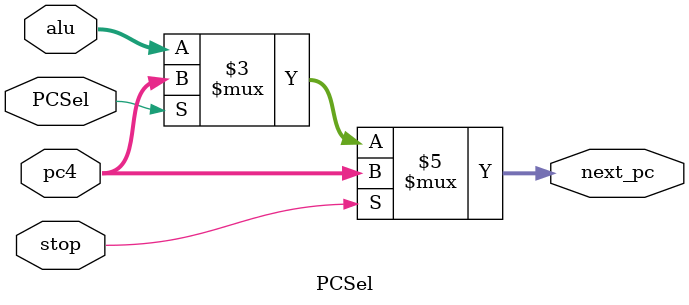
<source format=v>
`timescale 1ns / 1ps
module PCSel(
    input stop,
    input PCSel,
    input [31:0] alu,
    input [31:0] pc4,
    output reg [31:0] next_pc
    );
    always @(*) begin
        if(stop) next_pc <= pc4;
        else next_pc = PCSel==1? pc4:alu;
    end
endmodule

</source>
